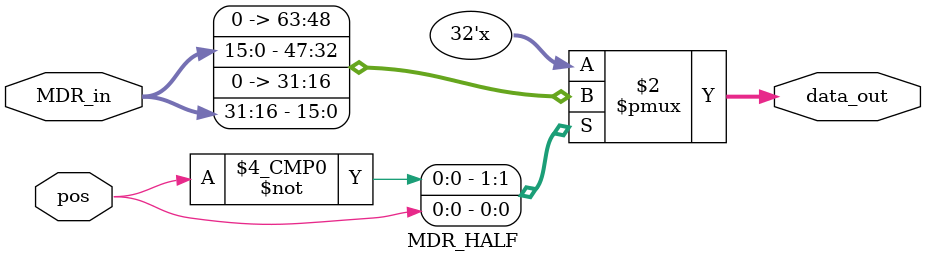
<source format=v>
`timescale 1ns / 1ps
module MDR_HALF(
		input wire pos,
		input wire [31:0] MDR_in,
		
		output reg [31:0] data_out
    );

	always @* 
	begin
		case (pos)
			1'b0: data_out[31:0] = {16'b0, MDR_in[15:0]};
			1'b1: data_out[31:0] = {16'b0, MDR_in[31:16]};
		endcase
	end

endmodule

</source>
